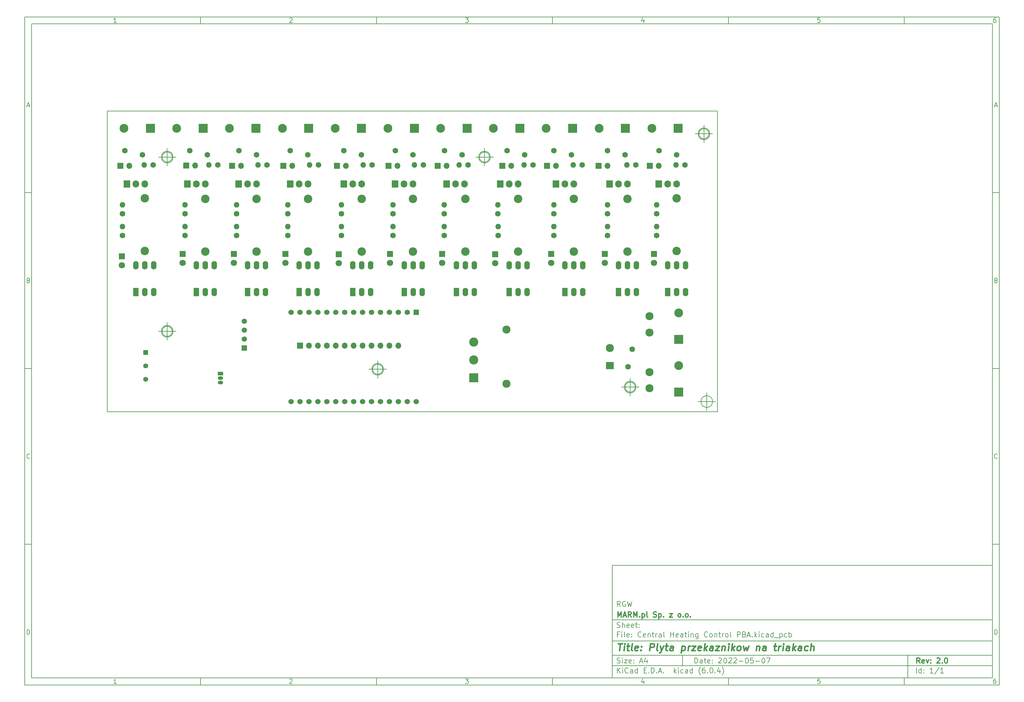
<source format=gbr>
%TF.GenerationSoftware,KiCad,Pcbnew,(6.0.4)*%
%TF.CreationDate,2022-05-09T22:27:08+02:00*%
%TF.ProjectId,Central Heating Control PBA,43656e74-7261-46c2-9048-656174696e67,2.0*%
%TF.SameCoordinates,Original*%
%TF.FileFunction,Soldermask,Bot*%
%TF.FilePolarity,Negative*%
%FSLAX46Y46*%
G04 Gerber Fmt 4.6, Leading zero omitted, Abs format (unit mm)*
G04 Created by KiCad (PCBNEW (6.0.4)) date 2022-05-09 22:27:08*
%MOMM*%
%LPD*%
G01*
G04 APERTURE LIST*
%ADD10C,0.100000*%
%ADD11C,0.150000*%
%ADD12C,0.300000*%
%ADD13C,0.400000*%
%TA.AperFunction,Profile*%
%ADD14C,0.150000*%
%TD*%
%ADD15R,1.500000X1.500000*%
%ADD16C,1.500000*%
%ADD17R,1.500000X1.050000*%
%ADD18O,1.500000X1.050000*%
%ADD19R,2.600000X2.600000*%
%ADD20C,2.600000*%
%ADD21R,1.524000X1.524000*%
%ADD22C,1.524000*%
%ADD23R,1.700000X1.700000*%
%ADD24O,1.700000X1.700000*%
%ADD25R,1.400000X1.400000*%
%ADD26C,1.400000*%
%ADD27C,2.500000*%
%ADD28R,2.500000X2.500000*%
%ADD29R,1.800000X1.800000*%
%ADD30C,1.800000*%
%ADD31R,1.600000X2.400000*%
%ADD32O,1.600000X2.400000*%
%ADD33C,1.600000*%
%ADD34O,1.600000X1.600000*%
%ADD35R,1.905000X2.000000*%
%ADD36O,1.905000X2.000000*%
%ADD37C,2.400000*%
%ADD38C,2.300000*%
%ADD39R,2.300000X2.000000*%
G04 APERTURE END LIST*
D10*
D11*
X177002200Y-166007200D02*
X177002200Y-198007200D01*
X285002200Y-198007200D01*
X285002200Y-166007200D01*
X177002200Y-166007200D01*
D10*
D11*
X10000000Y-10000000D02*
X10000000Y-200007200D01*
X287002200Y-200007200D01*
X287002200Y-10000000D01*
X10000000Y-10000000D01*
D10*
D11*
X12000000Y-12000000D02*
X12000000Y-198007200D01*
X285002200Y-198007200D01*
X285002200Y-12000000D01*
X12000000Y-12000000D01*
D10*
D11*
X60000000Y-12000000D02*
X60000000Y-10000000D01*
D10*
D11*
X110000000Y-12000000D02*
X110000000Y-10000000D01*
D10*
D11*
X160000000Y-12000000D02*
X160000000Y-10000000D01*
D10*
D11*
X210000000Y-12000000D02*
X210000000Y-10000000D01*
D10*
D11*
X260000000Y-12000000D02*
X260000000Y-10000000D01*
D10*
D11*
X36065476Y-11588095D02*
X35322619Y-11588095D01*
X35694047Y-11588095D02*
X35694047Y-10288095D01*
X35570238Y-10473809D01*
X35446428Y-10597619D01*
X35322619Y-10659523D01*
D10*
D11*
X85322619Y-10411904D02*
X85384523Y-10350000D01*
X85508333Y-10288095D01*
X85817857Y-10288095D01*
X85941666Y-10350000D01*
X86003571Y-10411904D01*
X86065476Y-10535714D01*
X86065476Y-10659523D01*
X86003571Y-10845238D01*
X85260714Y-11588095D01*
X86065476Y-11588095D01*
D10*
D11*
X135260714Y-10288095D02*
X136065476Y-10288095D01*
X135632142Y-10783333D01*
X135817857Y-10783333D01*
X135941666Y-10845238D01*
X136003571Y-10907142D01*
X136065476Y-11030952D01*
X136065476Y-11340476D01*
X136003571Y-11464285D01*
X135941666Y-11526190D01*
X135817857Y-11588095D01*
X135446428Y-11588095D01*
X135322619Y-11526190D01*
X135260714Y-11464285D01*
D10*
D11*
X185941666Y-10721428D02*
X185941666Y-11588095D01*
X185632142Y-10226190D02*
X185322619Y-11154761D01*
X186127380Y-11154761D01*
D10*
D11*
X236003571Y-10288095D02*
X235384523Y-10288095D01*
X235322619Y-10907142D01*
X235384523Y-10845238D01*
X235508333Y-10783333D01*
X235817857Y-10783333D01*
X235941666Y-10845238D01*
X236003571Y-10907142D01*
X236065476Y-11030952D01*
X236065476Y-11340476D01*
X236003571Y-11464285D01*
X235941666Y-11526190D01*
X235817857Y-11588095D01*
X235508333Y-11588095D01*
X235384523Y-11526190D01*
X235322619Y-11464285D01*
D10*
D11*
X285941666Y-10288095D02*
X285694047Y-10288095D01*
X285570238Y-10350000D01*
X285508333Y-10411904D01*
X285384523Y-10597619D01*
X285322619Y-10845238D01*
X285322619Y-11340476D01*
X285384523Y-11464285D01*
X285446428Y-11526190D01*
X285570238Y-11588095D01*
X285817857Y-11588095D01*
X285941666Y-11526190D01*
X286003571Y-11464285D01*
X286065476Y-11340476D01*
X286065476Y-11030952D01*
X286003571Y-10907142D01*
X285941666Y-10845238D01*
X285817857Y-10783333D01*
X285570238Y-10783333D01*
X285446428Y-10845238D01*
X285384523Y-10907142D01*
X285322619Y-11030952D01*
D10*
D11*
X60000000Y-198007200D02*
X60000000Y-200007200D01*
D10*
D11*
X110000000Y-198007200D02*
X110000000Y-200007200D01*
D10*
D11*
X160000000Y-198007200D02*
X160000000Y-200007200D01*
D10*
D11*
X210000000Y-198007200D02*
X210000000Y-200007200D01*
D10*
D11*
X260000000Y-198007200D02*
X260000000Y-200007200D01*
D10*
D11*
X36065476Y-199595295D02*
X35322619Y-199595295D01*
X35694047Y-199595295D02*
X35694047Y-198295295D01*
X35570238Y-198481009D01*
X35446428Y-198604819D01*
X35322619Y-198666723D01*
D10*
D11*
X85322619Y-198419104D02*
X85384523Y-198357200D01*
X85508333Y-198295295D01*
X85817857Y-198295295D01*
X85941666Y-198357200D01*
X86003571Y-198419104D01*
X86065476Y-198542914D01*
X86065476Y-198666723D01*
X86003571Y-198852438D01*
X85260714Y-199595295D01*
X86065476Y-199595295D01*
D10*
D11*
X135260714Y-198295295D02*
X136065476Y-198295295D01*
X135632142Y-198790533D01*
X135817857Y-198790533D01*
X135941666Y-198852438D01*
X136003571Y-198914342D01*
X136065476Y-199038152D01*
X136065476Y-199347676D01*
X136003571Y-199471485D01*
X135941666Y-199533390D01*
X135817857Y-199595295D01*
X135446428Y-199595295D01*
X135322619Y-199533390D01*
X135260714Y-199471485D01*
D10*
D11*
X185941666Y-198728628D02*
X185941666Y-199595295D01*
X185632142Y-198233390D02*
X185322619Y-199161961D01*
X186127380Y-199161961D01*
D10*
D11*
X236003571Y-198295295D02*
X235384523Y-198295295D01*
X235322619Y-198914342D01*
X235384523Y-198852438D01*
X235508333Y-198790533D01*
X235817857Y-198790533D01*
X235941666Y-198852438D01*
X236003571Y-198914342D01*
X236065476Y-199038152D01*
X236065476Y-199347676D01*
X236003571Y-199471485D01*
X235941666Y-199533390D01*
X235817857Y-199595295D01*
X235508333Y-199595295D01*
X235384523Y-199533390D01*
X235322619Y-199471485D01*
D10*
D11*
X285941666Y-198295295D02*
X285694047Y-198295295D01*
X285570238Y-198357200D01*
X285508333Y-198419104D01*
X285384523Y-198604819D01*
X285322619Y-198852438D01*
X285322619Y-199347676D01*
X285384523Y-199471485D01*
X285446428Y-199533390D01*
X285570238Y-199595295D01*
X285817857Y-199595295D01*
X285941666Y-199533390D01*
X286003571Y-199471485D01*
X286065476Y-199347676D01*
X286065476Y-199038152D01*
X286003571Y-198914342D01*
X285941666Y-198852438D01*
X285817857Y-198790533D01*
X285570238Y-198790533D01*
X285446428Y-198852438D01*
X285384523Y-198914342D01*
X285322619Y-199038152D01*
D10*
D11*
X10000000Y-60000000D02*
X12000000Y-60000000D01*
D10*
D11*
X10000000Y-110000000D02*
X12000000Y-110000000D01*
D10*
D11*
X10000000Y-160000000D02*
X12000000Y-160000000D01*
D10*
D11*
X10690476Y-35216666D02*
X11309523Y-35216666D01*
X10566666Y-35588095D02*
X11000000Y-34288095D01*
X11433333Y-35588095D01*
D10*
D11*
X11092857Y-84907142D02*
X11278571Y-84969047D01*
X11340476Y-85030952D01*
X11402380Y-85154761D01*
X11402380Y-85340476D01*
X11340476Y-85464285D01*
X11278571Y-85526190D01*
X11154761Y-85588095D01*
X10659523Y-85588095D01*
X10659523Y-84288095D01*
X11092857Y-84288095D01*
X11216666Y-84350000D01*
X11278571Y-84411904D01*
X11340476Y-84535714D01*
X11340476Y-84659523D01*
X11278571Y-84783333D01*
X11216666Y-84845238D01*
X11092857Y-84907142D01*
X10659523Y-84907142D01*
D10*
D11*
X11402380Y-135464285D02*
X11340476Y-135526190D01*
X11154761Y-135588095D01*
X11030952Y-135588095D01*
X10845238Y-135526190D01*
X10721428Y-135402380D01*
X10659523Y-135278571D01*
X10597619Y-135030952D01*
X10597619Y-134845238D01*
X10659523Y-134597619D01*
X10721428Y-134473809D01*
X10845238Y-134350000D01*
X11030952Y-134288095D01*
X11154761Y-134288095D01*
X11340476Y-134350000D01*
X11402380Y-134411904D01*
D10*
D11*
X10659523Y-185588095D02*
X10659523Y-184288095D01*
X10969047Y-184288095D01*
X11154761Y-184350000D01*
X11278571Y-184473809D01*
X11340476Y-184597619D01*
X11402380Y-184845238D01*
X11402380Y-185030952D01*
X11340476Y-185278571D01*
X11278571Y-185402380D01*
X11154761Y-185526190D01*
X10969047Y-185588095D01*
X10659523Y-185588095D01*
D10*
D11*
X287002200Y-60000000D02*
X285002200Y-60000000D01*
D10*
D11*
X287002200Y-110000000D02*
X285002200Y-110000000D01*
D10*
D11*
X287002200Y-160000000D02*
X285002200Y-160000000D01*
D10*
D11*
X285692676Y-35216666D02*
X286311723Y-35216666D01*
X285568866Y-35588095D02*
X286002200Y-34288095D01*
X286435533Y-35588095D01*
D10*
D11*
X286095057Y-84907142D02*
X286280771Y-84969047D01*
X286342676Y-85030952D01*
X286404580Y-85154761D01*
X286404580Y-85340476D01*
X286342676Y-85464285D01*
X286280771Y-85526190D01*
X286156961Y-85588095D01*
X285661723Y-85588095D01*
X285661723Y-84288095D01*
X286095057Y-84288095D01*
X286218866Y-84350000D01*
X286280771Y-84411904D01*
X286342676Y-84535714D01*
X286342676Y-84659523D01*
X286280771Y-84783333D01*
X286218866Y-84845238D01*
X286095057Y-84907142D01*
X285661723Y-84907142D01*
D10*
D11*
X286404580Y-135464285D02*
X286342676Y-135526190D01*
X286156961Y-135588095D01*
X286033152Y-135588095D01*
X285847438Y-135526190D01*
X285723628Y-135402380D01*
X285661723Y-135278571D01*
X285599819Y-135030952D01*
X285599819Y-134845238D01*
X285661723Y-134597619D01*
X285723628Y-134473809D01*
X285847438Y-134350000D01*
X286033152Y-134288095D01*
X286156961Y-134288095D01*
X286342676Y-134350000D01*
X286404580Y-134411904D01*
D10*
D11*
X285661723Y-185588095D02*
X285661723Y-184288095D01*
X285971247Y-184288095D01*
X286156961Y-184350000D01*
X286280771Y-184473809D01*
X286342676Y-184597619D01*
X286404580Y-184845238D01*
X286404580Y-185030952D01*
X286342676Y-185278571D01*
X286280771Y-185402380D01*
X286156961Y-185526190D01*
X285971247Y-185588095D01*
X285661723Y-185588095D01*
D10*
D11*
X200434342Y-193785771D02*
X200434342Y-192285771D01*
X200791485Y-192285771D01*
X201005771Y-192357200D01*
X201148628Y-192500057D01*
X201220057Y-192642914D01*
X201291485Y-192928628D01*
X201291485Y-193142914D01*
X201220057Y-193428628D01*
X201148628Y-193571485D01*
X201005771Y-193714342D01*
X200791485Y-193785771D01*
X200434342Y-193785771D01*
X202577200Y-193785771D02*
X202577200Y-193000057D01*
X202505771Y-192857200D01*
X202362914Y-192785771D01*
X202077200Y-192785771D01*
X201934342Y-192857200D01*
X202577200Y-193714342D02*
X202434342Y-193785771D01*
X202077200Y-193785771D01*
X201934342Y-193714342D01*
X201862914Y-193571485D01*
X201862914Y-193428628D01*
X201934342Y-193285771D01*
X202077200Y-193214342D01*
X202434342Y-193214342D01*
X202577200Y-193142914D01*
X203077200Y-192785771D02*
X203648628Y-192785771D01*
X203291485Y-192285771D02*
X203291485Y-193571485D01*
X203362914Y-193714342D01*
X203505771Y-193785771D01*
X203648628Y-193785771D01*
X204720057Y-193714342D02*
X204577200Y-193785771D01*
X204291485Y-193785771D01*
X204148628Y-193714342D01*
X204077200Y-193571485D01*
X204077200Y-193000057D01*
X204148628Y-192857200D01*
X204291485Y-192785771D01*
X204577200Y-192785771D01*
X204720057Y-192857200D01*
X204791485Y-193000057D01*
X204791485Y-193142914D01*
X204077200Y-193285771D01*
X205434342Y-193642914D02*
X205505771Y-193714342D01*
X205434342Y-193785771D01*
X205362914Y-193714342D01*
X205434342Y-193642914D01*
X205434342Y-193785771D01*
X205434342Y-192857200D02*
X205505771Y-192928628D01*
X205434342Y-193000057D01*
X205362914Y-192928628D01*
X205434342Y-192857200D01*
X205434342Y-193000057D01*
X207220057Y-192428628D02*
X207291485Y-192357200D01*
X207434342Y-192285771D01*
X207791485Y-192285771D01*
X207934342Y-192357200D01*
X208005771Y-192428628D01*
X208077200Y-192571485D01*
X208077200Y-192714342D01*
X208005771Y-192928628D01*
X207148628Y-193785771D01*
X208077200Y-193785771D01*
X209005771Y-192285771D02*
X209148628Y-192285771D01*
X209291485Y-192357200D01*
X209362914Y-192428628D01*
X209434342Y-192571485D01*
X209505771Y-192857200D01*
X209505771Y-193214342D01*
X209434342Y-193500057D01*
X209362914Y-193642914D01*
X209291485Y-193714342D01*
X209148628Y-193785771D01*
X209005771Y-193785771D01*
X208862914Y-193714342D01*
X208791485Y-193642914D01*
X208720057Y-193500057D01*
X208648628Y-193214342D01*
X208648628Y-192857200D01*
X208720057Y-192571485D01*
X208791485Y-192428628D01*
X208862914Y-192357200D01*
X209005771Y-192285771D01*
X210077200Y-192428628D02*
X210148628Y-192357200D01*
X210291485Y-192285771D01*
X210648628Y-192285771D01*
X210791485Y-192357200D01*
X210862914Y-192428628D01*
X210934342Y-192571485D01*
X210934342Y-192714342D01*
X210862914Y-192928628D01*
X210005771Y-193785771D01*
X210934342Y-193785771D01*
X211505771Y-192428628D02*
X211577200Y-192357200D01*
X211720057Y-192285771D01*
X212077200Y-192285771D01*
X212220057Y-192357200D01*
X212291485Y-192428628D01*
X212362914Y-192571485D01*
X212362914Y-192714342D01*
X212291485Y-192928628D01*
X211434342Y-193785771D01*
X212362914Y-193785771D01*
X213005771Y-193214342D02*
X214148628Y-193214342D01*
X215148628Y-192285771D02*
X215291485Y-192285771D01*
X215434342Y-192357200D01*
X215505771Y-192428628D01*
X215577200Y-192571485D01*
X215648628Y-192857200D01*
X215648628Y-193214342D01*
X215577200Y-193500057D01*
X215505771Y-193642914D01*
X215434342Y-193714342D01*
X215291485Y-193785771D01*
X215148628Y-193785771D01*
X215005771Y-193714342D01*
X214934342Y-193642914D01*
X214862914Y-193500057D01*
X214791485Y-193214342D01*
X214791485Y-192857200D01*
X214862914Y-192571485D01*
X214934342Y-192428628D01*
X215005771Y-192357200D01*
X215148628Y-192285771D01*
X217005771Y-192285771D02*
X216291485Y-192285771D01*
X216220057Y-193000057D01*
X216291485Y-192928628D01*
X216434342Y-192857200D01*
X216791485Y-192857200D01*
X216934342Y-192928628D01*
X217005771Y-193000057D01*
X217077200Y-193142914D01*
X217077200Y-193500057D01*
X217005771Y-193642914D01*
X216934342Y-193714342D01*
X216791485Y-193785771D01*
X216434342Y-193785771D01*
X216291485Y-193714342D01*
X216220057Y-193642914D01*
X217720057Y-193214342D02*
X218862914Y-193214342D01*
X219862914Y-192285771D02*
X220005771Y-192285771D01*
X220148628Y-192357200D01*
X220220057Y-192428628D01*
X220291485Y-192571485D01*
X220362914Y-192857200D01*
X220362914Y-193214342D01*
X220291485Y-193500057D01*
X220220057Y-193642914D01*
X220148628Y-193714342D01*
X220005771Y-193785771D01*
X219862914Y-193785771D01*
X219720057Y-193714342D01*
X219648628Y-193642914D01*
X219577200Y-193500057D01*
X219505771Y-193214342D01*
X219505771Y-192857200D01*
X219577200Y-192571485D01*
X219648628Y-192428628D01*
X219720057Y-192357200D01*
X219862914Y-192285771D01*
X220862914Y-192285771D02*
X221862914Y-192285771D01*
X221220057Y-193785771D01*
D10*
D11*
X177002200Y-194507200D02*
X285002200Y-194507200D01*
D10*
D11*
X178434342Y-196585771D02*
X178434342Y-195085771D01*
X179291485Y-196585771D02*
X178648628Y-195728628D01*
X179291485Y-195085771D02*
X178434342Y-195942914D01*
X179934342Y-196585771D02*
X179934342Y-195585771D01*
X179934342Y-195085771D02*
X179862914Y-195157200D01*
X179934342Y-195228628D01*
X180005771Y-195157200D01*
X179934342Y-195085771D01*
X179934342Y-195228628D01*
X181505771Y-196442914D02*
X181434342Y-196514342D01*
X181220057Y-196585771D01*
X181077200Y-196585771D01*
X180862914Y-196514342D01*
X180720057Y-196371485D01*
X180648628Y-196228628D01*
X180577200Y-195942914D01*
X180577200Y-195728628D01*
X180648628Y-195442914D01*
X180720057Y-195300057D01*
X180862914Y-195157200D01*
X181077200Y-195085771D01*
X181220057Y-195085771D01*
X181434342Y-195157200D01*
X181505771Y-195228628D01*
X182791485Y-196585771D02*
X182791485Y-195800057D01*
X182720057Y-195657200D01*
X182577200Y-195585771D01*
X182291485Y-195585771D01*
X182148628Y-195657200D01*
X182791485Y-196514342D02*
X182648628Y-196585771D01*
X182291485Y-196585771D01*
X182148628Y-196514342D01*
X182077200Y-196371485D01*
X182077200Y-196228628D01*
X182148628Y-196085771D01*
X182291485Y-196014342D01*
X182648628Y-196014342D01*
X182791485Y-195942914D01*
X184148628Y-196585771D02*
X184148628Y-195085771D01*
X184148628Y-196514342D02*
X184005771Y-196585771D01*
X183720057Y-196585771D01*
X183577200Y-196514342D01*
X183505771Y-196442914D01*
X183434342Y-196300057D01*
X183434342Y-195871485D01*
X183505771Y-195728628D01*
X183577200Y-195657200D01*
X183720057Y-195585771D01*
X184005771Y-195585771D01*
X184148628Y-195657200D01*
X186005771Y-195800057D02*
X186505771Y-195800057D01*
X186720057Y-196585771D02*
X186005771Y-196585771D01*
X186005771Y-195085771D01*
X186720057Y-195085771D01*
X187362914Y-196442914D02*
X187434342Y-196514342D01*
X187362914Y-196585771D01*
X187291485Y-196514342D01*
X187362914Y-196442914D01*
X187362914Y-196585771D01*
X188077200Y-196585771D02*
X188077200Y-195085771D01*
X188434342Y-195085771D01*
X188648628Y-195157200D01*
X188791485Y-195300057D01*
X188862914Y-195442914D01*
X188934342Y-195728628D01*
X188934342Y-195942914D01*
X188862914Y-196228628D01*
X188791485Y-196371485D01*
X188648628Y-196514342D01*
X188434342Y-196585771D01*
X188077200Y-196585771D01*
X189577200Y-196442914D02*
X189648628Y-196514342D01*
X189577200Y-196585771D01*
X189505771Y-196514342D01*
X189577200Y-196442914D01*
X189577200Y-196585771D01*
X190220057Y-196157200D02*
X190934342Y-196157200D01*
X190077200Y-196585771D02*
X190577200Y-195085771D01*
X191077200Y-196585771D01*
X191577200Y-196442914D02*
X191648628Y-196514342D01*
X191577200Y-196585771D01*
X191505771Y-196514342D01*
X191577200Y-196442914D01*
X191577200Y-196585771D01*
X194577200Y-196585771D02*
X194577200Y-195085771D01*
X194720057Y-196014342D02*
X195148628Y-196585771D01*
X195148628Y-195585771D02*
X194577200Y-196157200D01*
X195791485Y-196585771D02*
X195791485Y-195585771D01*
X195791485Y-195085771D02*
X195720057Y-195157200D01*
X195791485Y-195228628D01*
X195862914Y-195157200D01*
X195791485Y-195085771D01*
X195791485Y-195228628D01*
X197148628Y-196514342D02*
X197005771Y-196585771D01*
X196720057Y-196585771D01*
X196577200Y-196514342D01*
X196505771Y-196442914D01*
X196434342Y-196300057D01*
X196434342Y-195871485D01*
X196505771Y-195728628D01*
X196577200Y-195657200D01*
X196720057Y-195585771D01*
X197005771Y-195585771D01*
X197148628Y-195657200D01*
X198434342Y-196585771D02*
X198434342Y-195800057D01*
X198362914Y-195657200D01*
X198220057Y-195585771D01*
X197934342Y-195585771D01*
X197791485Y-195657200D01*
X198434342Y-196514342D02*
X198291485Y-196585771D01*
X197934342Y-196585771D01*
X197791485Y-196514342D01*
X197720057Y-196371485D01*
X197720057Y-196228628D01*
X197791485Y-196085771D01*
X197934342Y-196014342D01*
X198291485Y-196014342D01*
X198434342Y-195942914D01*
X199791485Y-196585771D02*
X199791485Y-195085771D01*
X199791485Y-196514342D02*
X199648628Y-196585771D01*
X199362914Y-196585771D01*
X199220057Y-196514342D01*
X199148628Y-196442914D01*
X199077200Y-196300057D01*
X199077200Y-195871485D01*
X199148628Y-195728628D01*
X199220057Y-195657200D01*
X199362914Y-195585771D01*
X199648628Y-195585771D01*
X199791485Y-195657200D01*
X202077200Y-197157200D02*
X202005771Y-197085771D01*
X201862914Y-196871485D01*
X201791485Y-196728628D01*
X201720057Y-196514342D01*
X201648628Y-196157200D01*
X201648628Y-195871485D01*
X201720057Y-195514342D01*
X201791485Y-195300057D01*
X201862914Y-195157200D01*
X202005771Y-194942914D01*
X202077200Y-194871485D01*
X203291485Y-195085771D02*
X203005771Y-195085771D01*
X202862914Y-195157200D01*
X202791485Y-195228628D01*
X202648628Y-195442914D01*
X202577200Y-195728628D01*
X202577200Y-196300057D01*
X202648628Y-196442914D01*
X202720057Y-196514342D01*
X202862914Y-196585771D01*
X203148628Y-196585771D01*
X203291485Y-196514342D01*
X203362914Y-196442914D01*
X203434342Y-196300057D01*
X203434342Y-195942914D01*
X203362914Y-195800057D01*
X203291485Y-195728628D01*
X203148628Y-195657200D01*
X202862914Y-195657200D01*
X202720057Y-195728628D01*
X202648628Y-195800057D01*
X202577200Y-195942914D01*
X204077200Y-196442914D02*
X204148628Y-196514342D01*
X204077200Y-196585771D01*
X204005771Y-196514342D01*
X204077200Y-196442914D01*
X204077200Y-196585771D01*
X205077200Y-195085771D02*
X205220057Y-195085771D01*
X205362914Y-195157200D01*
X205434342Y-195228628D01*
X205505771Y-195371485D01*
X205577200Y-195657200D01*
X205577200Y-196014342D01*
X205505771Y-196300057D01*
X205434342Y-196442914D01*
X205362914Y-196514342D01*
X205220057Y-196585771D01*
X205077200Y-196585771D01*
X204934342Y-196514342D01*
X204862914Y-196442914D01*
X204791485Y-196300057D01*
X204720057Y-196014342D01*
X204720057Y-195657200D01*
X204791485Y-195371485D01*
X204862914Y-195228628D01*
X204934342Y-195157200D01*
X205077200Y-195085771D01*
X206220057Y-196442914D02*
X206291485Y-196514342D01*
X206220057Y-196585771D01*
X206148628Y-196514342D01*
X206220057Y-196442914D01*
X206220057Y-196585771D01*
X207577200Y-195585771D02*
X207577200Y-196585771D01*
X207220057Y-195014342D02*
X206862914Y-196085771D01*
X207791485Y-196085771D01*
X208220057Y-197157200D02*
X208291485Y-197085771D01*
X208434342Y-196871485D01*
X208505771Y-196728628D01*
X208577200Y-196514342D01*
X208648628Y-196157200D01*
X208648628Y-195871485D01*
X208577200Y-195514342D01*
X208505771Y-195300057D01*
X208434342Y-195157200D01*
X208291485Y-194942914D01*
X208220057Y-194871485D01*
D10*
D11*
X177002200Y-191507200D02*
X285002200Y-191507200D01*
D10*
D12*
X264411485Y-193785771D02*
X263911485Y-193071485D01*
X263554342Y-193785771D02*
X263554342Y-192285771D01*
X264125771Y-192285771D01*
X264268628Y-192357200D01*
X264340057Y-192428628D01*
X264411485Y-192571485D01*
X264411485Y-192785771D01*
X264340057Y-192928628D01*
X264268628Y-193000057D01*
X264125771Y-193071485D01*
X263554342Y-193071485D01*
X265625771Y-193714342D02*
X265482914Y-193785771D01*
X265197200Y-193785771D01*
X265054342Y-193714342D01*
X264982914Y-193571485D01*
X264982914Y-193000057D01*
X265054342Y-192857200D01*
X265197200Y-192785771D01*
X265482914Y-192785771D01*
X265625771Y-192857200D01*
X265697200Y-193000057D01*
X265697200Y-193142914D01*
X264982914Y-193285771D01*
X266197200Y-192785771D02*
X266554342Y-193785771D01*
X266911485Y-192785771D01*
X267482914Y-193642914D02*
X267554342Y-193714342D01*
X267482914Y-193785771D01*
X267411485Y-193714342D01*
X267482914Y-193642914D01*
X267482914Y-193785771D01*
X267482914Y-192857200D02*
X267554342Y-192928628D01*
X267482914Y-193000057D01*
X267411485Y-192928628D01*
X267482914Y-192857200D01*
X267482914Y-193000057D01*
X269268628Y-192428628D02*
X269340057Y-192357200D01*
X269482914Y-192285771D01*
X269840057Y-192285771D01*
X269982914Y-192357200D01*
X270054342Y-192428628D01*
X270125771Y-192571485D01*
X270125771Y-192714342D01*
X270054342Y-192928628D01*
X269197200Y-193785771D01*
X270125771Y-193785771D01*
X270768628Y-193642914D02*
X270840057Y-193714342D01*
X270768628Y-193785771D01*
X270697200Y-193714342D01*
X270768628Y-193642914D01*
X270768628Y-193785771D01*
X271768628Y-192285771D02*
X271911485Y-192285771D01*
X272054342Y-192357200D01*
X272125771Y-192428628D01*
X272197200Y-192571485D01*
X272268628Y-192857200D01*
X272268628Y-193214342D01*
X272197200Y-193500057D01*
X272125771Y-193642914D01*
X272054342Y-193714342D01*
X271911485Y-193785771D01*
X271768628Y-193785771D01*
X271625771Y-193714342D01*
X271554342Y-193642914D01*
X271482914Y-193500057D01*
X271411485Y-193214342D01*
X271411485Y-192857200D01*
X271482914Y-192571485D01*
X271554342Y-192428628D01*
X271625771Y-192357200D01*
X271768628Y-192285771D01*
D10*
D11*
X178362914Y-193714342D02*
X178577200Y-193785771D01*
X178934342Y-193785771D01*
X179077200Y-193714342D01*
X179148628Y-193642914D01*
X179220057Y-193500057D01*
X179220057Y-193357200D01*
X179148628Y-193214342D01*
X179077200Y-193142914D01*
X178934342Y-193071485D01*
X178648628Y-193000057D01*
X178505771Y-192928628D01*
X178434342Y-192857200D01*
X178362914Y-192714342D01*
X178362914Y-192571485D01*
X178434342Y-192428628D01*
X178505771Y-192357200D01*
X178648628Y-192285771D01*
X179005771Y-192285771D01*
X179220057Y-192357200D01*
X179862914Y-193785771D02*
X179862914Y-192785771D01*
X179862914Y-192285771D02*
X179791485Y-192357200D01*
X179862914Y-192428628D01*
X179934342Y-192357200D01*
X179862914Y-192285771D01*
X179862914Y-192428628D01*
X180434342Y-192785771D02*
X181220057Y-192785771D01*
X180434342Y-193785771D01*
X181220057Y-193785771D01*
X182362914Y-193714342D02*
X182220057Y-193785771D01*
X181934342Y-193785771D01*
X181791485Y-193714342D01*
X181720057Y-193571485D01*
X181720057Y-193000057D01*
X181791485Y-192857200D01*
X181934342Y-192785771D01*
X182220057Y-192785771D01*
X182362914Y-192857200D01*
X182434342Y-193000057D01*
X182434342Y-193142914D01*
X181720057Y-193285771D01*
X183077200Y-193642914D02*
X183148628Y-193714342D01*
X183077200Y-193785771D01*
X183005771Y-193714342D01*
X183077200Y-193642914D01*
X183077200Y-193785771D01*
X183077200Y-192857200D02*
X183148628Y-192928628D01*
X183077200Y-193000057D01*
X183005771Y-192928628D01*
X183077200Y-192857200D01*
X183077200Y-193000057D01*
X184862914Y-193357200D02*
X185577200Y-193357200D01*
X184720057Y-193785771D02*
X185220057Y-192285771D01*
X185720057Y-193785771D01*
X186862914Y-192785771D02*
X186862914Y-193785771D01*
X186505771Y-192214342D02*
X186148628Y-193285771D01*
X187077200Y-193285771D01*
D10*
D11*
X263434342Y-196585771D02*
X263434342Y-195085771D01*
X264791485Y-196585771D02*
X264791485Y-195085771D01*
X264791485Y-196514342D02*
X264648628Y-196585771D01*
X264362914Y-196585771D01*
X264220057Y-196514342D01*
X264148628Y-196442914D01*
X264077200Y-196300057D01*
X264077200Y-195871485D01*
X264148628Y-195728628D01*
X264220057Y-195657200D01*
X264362914Y-195585771D01*
X264648628Y-195585771D01*
X264791485Y-195657200D01*
X265505771Y-196442914D02*
X265577200Y-196514342D01*
X265505771Y-196585771D01*
X265434342Y-196514342D01*
X265505771Y-196442914D01*
X265505771Y-196585771D01*
X265505771Y-195657200D02*
X265577200Y-195728628D01*
X265505771Y-195800057D01*
X265434342Y-195728628D01*
X265505771Y-195657200D01*
X265505771Y-195800057D01*
X268148628Y-196585771D02*
X267291485Y-196585771D01*
X267720057Y-196585771D02*
X267720057Y-195085771D01*
X267577200Y-195300057D01*
X267434342Y-195442914D01*
X267291485Y-195514342D01*
X269862914Y-195014342D02*
X268577200Y-196942914D01*
X271148628Y-196585771D02*
X270291485Y-196585771D01*
X270720057Y-196585771D02*
X270720057Y-195085771D01*
X270577200Y-195300057D01*
X270434342Y-195442914D01*
X270291485Y-195514342D01*
D10*
D11*
X177002200Y-187507200D02*
X285002200Y-187507200D01*
D10*
D13*
X178714580Y-188211961D02*
X179857438Y-188211961D01*
X179036009Y-190211961D02*
X179286009Y-188211961D01*
X180274104Y-190211961D02*
X180440771Y-188878628D01*
X180524104Y-188211961D02*
X180416961Y-188307200D01*
X180500295Y-188402438D01*
X180607438Y-188307200D01*
X180524104Y-188211961D01*
X180500295Y-188402438D01*
X181107438Y-188878628D02*
X181869342Y-188878628D01*
X181476485Y-188211961D02*
X181262200Y-189926247D01*
X181333628Y-190116723D01*
X181512200Y-190211961D01*
X181702676Y-190211961D01*
X182655057Y-190211961D02*
X182476485Y-190116723D01*
X182405057Y-189926247D01*
X182619342Y-188211961D01*
X184190771Y-190116723D02*
X183988390Y-190211961D01*
X183607438Y-190211961D01*
X183428866Y-190116723D01*
X183357438Y-189926247D01*
X183452676Y-189164342D01*
X183571723Y-188973866D01*
X183774104Y-188878628D01*
X184155057Y-188878628D01*
X184333628Y-188973866D01*
X184405057Y-189164342D01*
X184381247Y-189354819D01*
X183405057Y-189545295D01*
X185155057Y-190021485D02*
X185238390Y-190116723D01*
X185131247Y-190211961D01*
X185047914Y-190116723D01*
X185155057Y-190021485D01*
X185131247Y-190211961D01*
X185286009Y-188973866D02*
X185369342Y-189069104D01*
X185262200Y-189164342D01*
X185178866Y-189069104D01*
X185286009Y-188973866D01*
X185262200Y-189164342D01*
X187607438Y-190211961D02*
X187857438Y-188211961D01*
X188619342Y-188211961D01*
X188797914Y-188307200D01*
X188881247Y-188402438D01*
X188952676Y-188592914D01*
X188916961Y-188878628D01*
X188797914Y-189069104D01*
X188690771Y-189164342D01*
X188488390Y-189259580D01*
X187726485Y-189259580D01*
X189893152Y-190211961D02*
X189714580Y-190116723D01*
X189643152Y-189926247D01*
X189857438Y-188211961D01*
X190631247Y-188878628D02*
X190940771Y-190211961D01*
X191583628Y-188878628D02*
X190940771Y-190211961D01*
X190690771Y-190688152D01*
X190583628Y-190783390D01*
X190381247Y-190878628D01*
X192059819Y-188878628D02*
X192821723Y-188878628D01*
X192428866Y-188211961D02*
X192214580Y-189926247D01*
X192286009Y-190116723D01*
X192464580Y-190211961D01*
X192655057Y-190211961D01*
X194178866Y-190211961D02*
X194309819Y-189164342D01*
X194238390Y-188973866D01*
X194059819Y-188878628D01*
X193678866Y-188878628D01*
X193476485Y-188973866D01*
X194190771Y-190116723D02*
X193988390Y-190211961D01*
X193512200Y-190211961D01*
X193333628Y-190116723D01*
X193262200Y-189926247D01*
X193286009Y-189735771D01*
X193405057Y-189545295D01*
X193607438Y-189450057D01*
X194083628Y-189450057D01*
X194286009Y-189354819D01*
X196821723Y-188878628D02*
X196571723Y-190878628D01*
X196809819Y-188973866D02*
X197012200Y-188878628D01*
X197393152Y-188878628D01*
X197571723Y-188973866D01*
X197655057Y-189069104D01*
X197726485Y-189259580D01*
X197655057Y-189831009D01*
X197536009Y-190021485D01*
X197428866Y-190116723D01*
X197226485Y-190211961D01*
X196845533Y-190211961D01*
X196666961Y-190116723D01*
X198464580Y-190211961D02*
X198631247Y-188878628D01*
X198583628Y-189259580D02*
X198702676Y-189069104D01*
X198809819Y-188973866D01*
X199012200Y-188878628D01*
X199202676Y-188878628D01*
X199678866Y-188878628D02*
X200726485Y-188878628D01*
X199512200Y-190211961D01*
X200559819Y-190211961D01*
X202095533Y-190116723D02*
X201893152Y-190211961D01*
X201512200Y-190211961D01*
X201333628Y-190116723D01*
X201262200Y-189926247D01*
X201357438Y-189164342D01*
X201476485Y-188973866D01*
X201678866Y-188878628D01*
X202059819Y-188878628D01*
X202238390Y-188973866D01*
X202309819Y-189164342D01*
X202286009Y-189354819D01*
X201309819Y-189545295D01*
X203036009Y-190211961D02*
X203286009Y-188211961D01*
X203321723Y-189450057D02*
X203797914Y-190211961D01*
X203964580Y-188878628D02*
X203107438Y-189640533D01*
X205512200Y-190211961D02*
X205643152Y-189164342D01*
X205571723Y-188973866D01*
X205393152Y-188878628D01*
X205012200Y-188878628D01*
X204809819Y-188973866D01*
X205524104Y-190116723D02*
X205321723Y-190211961D01*
X204845533Y-190211961D01*
X204666961Y-190116723D01*
X204595533Y-189926247D01*
X204619342Y-189735771D01*
X204738390Y-189545295D01*
X204940771Y-189450057D01*
X205416961Y-189450057D01*
X205619342Y-189354819D01*
X206440771Y-188878628D02*
X207488390Y-188878628D01*
X206274104Y-190211961D01*
X207321723Y-190211961D01*
X208250295Y-188878628D02*
X208083628Y-190211961D01*
X208226485Y-189069104D02*
X208333628Y-188973866D01*
X208536009Y-188878628D01*
X208821723Y-188878628D01*
X209000295Y-188973866D01*
X209071723Y-189164342D01*
X208940771Y-190211961D01*
X209893152Y-190211961D02*
X210059819Y-188878628D01*
X210143152Y-188211961D02*
X210036009Y-188307200D01*
X210119342Y-188402438D01*
X210226485Y-188307200D01*
X210143152Y-188211961D01*
X210119342Y-188402438D01*
X210845533Y-190211961D02*
X211095533Y-188211961D01*
X211131247Y-189450057D02*
X211607438Y-190211961D01*
X211774104Y-188878628D02*
X210916961Y-189640533D01*
X212750295Y-190211961D02*
X212571723Y-190116723D01*
X212488390Y-190021485D01*
X212416961Y-189831009D01*
X212488390Y-189259580D01*
X212607438Y-189069104D01*
X212714580Y-188973866D01*
X212916961Y-188878628D01*
X213202676Y-188878628D01*
X213381247Y-188973866D01*
X213464580Y-189069104D01*
X213536009Y-189259580D01*
X213464580Y-189831009D01*
X213345533Y-190021485D01*
X213238390Y-190116723D01*
X213036009Y-190211961D01*
X212750295Y-190211961D01*
X214250295Y-188878628D02*
X214464580Y-190211961D01*
X214964580Y-189259580D01*
X215226485Y-190211961D01*
X215774104Y-188878628D01*
X218059819Y-188878628D02*
X217893152Y-190211961D01*
X218036009Y-189069104D02*
X218143152Y-188973866D01*
X218345533Y-188878628D01*
X218631247Y-188878628D01*
X218809819Y-188973866D01*
X218881247Y-189164342D01*
X218750295Y-190211961D01*
X220559819Y-190211961D02*
X220690771Y-189164342D01*
X220619342Y-188973866D01*
X220440771Y-188878628D01*
X220059819Y-188878628D01*
X219857438Y-188973866D01*
X220571723Y-190116723D02*
X220369342Y-190211961D01*
X219893152Y-190211961D01*
X219714580Y-190116723D01*
X219643152Y-189926247D01*
X219666961Y-189735771D01*
X219786009Y-189545295D01*
X219988390Y-189450057D01*
X220464580Y-189450057D01*
X220666961Y-189354819D01*
X222916961Y-188878628D02*
X223678866Y-188878628D01*
X223286009Y-188211961D02*
X223071723Y-189926247D01*
X223143152Y-190116723D01*
X223321723Y-190211961D01*
X223512200Y-190211961D01*
X224178866Y-190211961D02*
X224345533Y-188878628D01*
X224297914Y-189259580D02*
X224416961Y-189069104D01*
X224524104Y-188973866D01*
X224726485Y-188878628D01*
X224916961Y-188878628D01*
X225416961Y-190211961D02*
X225583628Y-188878628D01*
X225666961Y-188211961D02*
X225559819Y-188307200D01*
X225643152Y-188402438D01*
X225750295Y-188307200D01*
X225666961Y-188211961D01*
X225643152Y-188402438D01*
X227226485Y-190211961D02*
X227357438Y-189164342D01*
X227286009Y-188973866D01*
X227107438Y-188878628D01*
X226726485Y-188878628D01*
X226524104Y-188973866D01*
X227238390Y-190116723D02*
X227036009Y-190211961D01*
X226559819Y-190211961D01*
X226381247Y-190116723D01*
X226309819Y-189926247D01*
X226333628Y-189735771D01*
X226452676Y-189545295D01*
X226655057Y-189450057D01*
X227131247Y-189450057D01*
X227333628Y-189354819D01*
X228178866Y-190211961D02*
X228428866Y-188211961D01*
X228464580Y-189450057D02*
X228940771Y-190211961D01*
X229107438Y-188878628D02*
X228250295Y-189640533D01*
X230655057Y-190211961D02*
X230786009Y-189164342D01*
X230714580Y-188973866D01*
X230536009Y-188878628D01*
X230155057Y-188878628D01*
X229952676Y-188973866D01*
X230666961Y-190116723D02*
X230464580Y-190211961D01*
X229988390Y-190211961D01*
X229809819Y-190116723D01*
X229738390Y-189926247D01*
X229762200Y-189735771D01*
X229881247Y-189545295D01*
X230083628Y-189450057D01*
X230559819Y-189450057D01*
X230762200Y-189354819D01*
X232476485Y-190116723D02*
X232274104Y-190211961D01*
X231893152Y-190211961D01*
X231714580Y-190116723D01*
X231631247Y-190021485D01*
X231559819Y-189831009D01*
X231631247Y-189259580D01*
X231750295Y-189069104D01*
X231857438Y-188973866D01*
X232059819Y-188878628D01*
X232440771Y-188878628D01*
X232619342Y-188973866D01*
X233321723Y-190211961D02*
X233571723Y-188211961D01*
X234178866Y-190211961D02*
X234309819Y-189164342D01*
X234238390Y-188973866D01*
X234059819Y-188878628D01*
X233774104Y-188878628D01*
X233571723Y-188973866D01*
X233464580Y-189069104D01*
D10*
D11*
X178934342Y-185600057D02*
X178434342Y-185600057D01*
X178434342Y-186385771D02*
X178434342Y-184885771D01*
X179148628Y-184885771D01*
X179720057Y-186385771D02*
X179720057Y-185385771D01*
X179720057Y-184885771D02*
X179648628Y-184957200D01*
X179720057Y-185028628D01*
X179791485Y-184957200D01*
X179720057Y-184885771D01*
X179720057Y-185028628D01*
X180648628Y-186385771D02*
X180505771Y-186314342D01*
X180434342Y-186171485D01*
X180434342Y-184885771D01*
X181791485Y-186314342D02*
X181648628Y-186385771D01*
X181362914Y-186385771D01*
X181220057Y-186314342D01*
X181148628Y-186171485D01*
X181148628Y-185600057D01*
X181220057Y-185457200D01*
X181362914Y-185385771D01*
X181648628Y-185385771D01*
X181791485Y-185457200D01*
X181862914Y-185600057D01*
X181862914Y-185742914D01*
X181148628Y-185885771D01*
X182505771Y-186242914D02*
X182577200Y-186314342D01*
X182505771Y-186385771D01*
X182434342Y-186314342D01*
X182505771Y-186242914D01*
X182505771Y-186385771D01*
X182505771Y-185457200D02*
X182577200Y-185528628D01*
X182505771Y-185600057D01*
X182434342Y-185528628D01*
X182505771Y-185457200D01*
X182505771Y-185600057D01*
X185220057Y-186242914D02*
X185148628Y-186314342D01*
X184934342Y-186385771D01*
X184791485Y-186385771D01*
X184577200Y-186314342D01*
X184434342Y-186171485D01*
X184362914Y-186028628D01*
X184291485Y-185742914D01*
X184291485Y-185528628D01*
X184362914Y-185242914D01*
X184434342Y-185100057D01*
X184577200Y-184957200D01*
X184791485Y-184885771D01*
X184934342Y-184885771D01*
X185148628Y-184957200D01*
X185220057Y-185028628D01*
X186434342Y-186314342D02*
X186291485Y-186385771D01*
X186005771Y-186385771D01*
X185862914Y-186314342D01*
X185791485Y-186171485D01*
X185791485Y-185600057D01*
X185862914Y-185457200D01*
X186005771Y-185385771D01*
X186291485Y-185385771D01*
X186434342Y-185457200D01*
X186505771Y-185600057D01*
X186505771Y-185742914D01*
X185791485Y-185885771D01*
X187148628Y-185385771D02*
X187148628Y-186385771D01*
X187148628Y-185528628D02*
X187220057Y-185457200D01*
X187362914Y-185385771D01*
X187577200Y-185385771D01*
X187720057Y-185457200D01*
X187791485Y-185600057D01*
X187791485Y-186385771D01*
X188291485Y-185385771D02*
X188862914Y-185385771D01*
X188505771Y-184885771D02*
X188505771Y-186171485D01*
X188577200Y-186314342D01*
X188720057Y-186385771D01*
X188862914Y-186385771D01*
X189362914Y-186385771D02*
X189362914Y-185385771D01*
X189362914Y-185671485D02*
X189434342Y-185528628D01*
X189505771Y-185457200D01*
X189648628Y-185385771D01*
X189791485Y-185385771D01*
X190934342Y-186385771D02*
X190934342Y-185600057D01*
X190862914Y-185457200D01*
X190720057Y-185385771D01*
X190434342Y-185385771D01*
X190291485Y-185457200D01*
X190934342Y-186314342D02*
X190791485Y-186385771D01*
X190434342Y-186385771D01*
X190291485Y-186314342D01*
X190220057Y-186171485D01*
X190220057Y-186028628D01*
X190291485Y-185885771D01*
X190434342Y-185814342D01*
X190791485Y-185814342D01*
X190934342Y-185742914D01*
X191862914Y-186385771D02*
X191720057Y-186314342D01*
X191648628Y-186171485D01*
X191648628Y-184885771D01*
X193577200Y-186385771D02*
X193577200Y-184885771D01*
X193577200Y-185600057D02*
X194434342Y-185600057D01*
X194434342Y-186385771D02*
X194434342Y-184885771D01*
X195720057Y-186314342D02*
X195577200Y-186385771D01*
X195291485Y-186385771D01*
X195148628Y-186314342D01*
X195077200Y-186171485D01*
X195077200Y-185600057D01*
X195148628Y-185457200D01*
X195291485Y-185385771D01*
X195577200Y-185385771D01*
X195720057Y-185457200D01*
X195791485Y-185600057D01*
X195791485Y-185742914D01*
X195077200Y-185885771D01*
X197077200Y-186385771D02*
X197077200Y-185600057D01*
X197005771Y-185457200D01*
X196862914Y-185385771D01*
X196577200Y-185385771D01*
X196434342Y-185457200D01*
X197077200Y-186314342D02*
X196934342Y-186385771D01*
X196577200Y-186385771D01*
X196434342Y-186314342D01*
X196362914Y-186171485D01*
X196362914Y-186028628D01*
X196434342Y-185885771D01*
X196577200Y-185814342D01*
X196934342Y-185814342D01*
X197077200Y-185742914D01*
X197577200Y-185385771D02*
X198148628Y-185385771D01*
X197791485Y-184885771D02*
X197791485Y-186171485D01*
X197862914Y-186314342D01*
X198005771Y-186385771D01*
X198148628Y-186385771D01*
X198648628Y-186385771D02*
X198648628Y-185385771D01*
X198648628Y-184885771D02*
X198577200Y-184957200D01*
X198648628Y-185028628D01*
X198720057Y-184957200D01*
X198648628Y-184885771D01*
X198648628Y-185028628D01*
X199362914Y-185385771D02*
X199362914Y-186385771D01*
X199362914Y-185528628D02*
X199434342Y-185457200D01*
X199577200Y-185385771D01*
X199791485Y-185385771D01*
X199934342Y-185457200D01*
X200005771Y-185600057D01*
X200005771Y-186385771D01*
X201362914Y-185385771D02*
X201362914Y-186600057D01*
X201291485Y-186742914D01*
X201220057Y-186814342D01*
X201077200Y-186885771D01*
X200862914Y-186885771D01*
X200720057Y-186814342D01*
X201362914Y-186314342D02*
X201220057Y-186385771D01*
X200934342Y-186385771D01*
X200791485Y-186314342D01*
X200720057Y-186242914D01*
X200648628Y-186100057D01*
X200648628Y-185671485D01*
X200720057Y-185528628D01*
X200791485Y-185457200D01*
X200934342Y-185385771D01*
X201220057Y-185385771D01*
X201362914Y-185457200D01*
X204077200Y-186242914D02*
X204005771Y-186314342D01*
X203791485Y-186385771D01*
X203648628Y-186385771D01*
X203434342Y-186314342D01*
X203291485Y-186171485D01*
X203220057Y-186028628D01*
X203148628Y-185742914D01*
X203148628Y-185528628D01*
X203220057Y-185242914D01*
X203291485Y-185100057D01*
X203434342Y-184957200D01*
X203648628Y-184885771D01*
X203791485Y-184885771D01*
X204005771Y-184957200D01*
X204077200Y-185028628D01*
X204934342Y-186385771D02*
X204791485Y-186314342D01*
X204720057Y-186242914D01*
X204648628Y-186100057D01*
X204648628Y-185671485D01*
X204720057Y-185528628D01*
X204791485Y-185457200D01*
X204934342Y-185385771D01*
X205148628Y-185385771D01*
X205291485Y-185457200D01*
X205362914Y-185528628D01*
X205434342Y-185671485D01*
X205434342Y-186100057D01*
X205362914Y-186242914D01*
X205291485Y-186314342D01*
X205148628Y-186385771D01*
X204934342Y-186385771D01*
X206077200Y-185385771D02*
X206077200Y-186385771D01*
X206077200Y-185528628D02*
X206148628Y-185457200D01*
X206291485Y-185385771D01*
X206505771Y-185385771D01*
X206648628Y-185457200D01*
X206720057Y-185600057D01*
X206720057Y-186385771D01*
X207220057Y-185385771D02*
X207791485Y-185385771D01*
X207434342Y-184885771D02*
X207434342Y-186171485D01*
X207505771Y-186314342D01*
X207648628Y-186385771D01*
X207791485Y-186385771D01*
X208291485Y-186385771D02*
X208291485Y-185385771D01*
X208291485Y-185671485D02*
X208362914Y-185528628D01*
X208434342Y-185457200D01*
X208577200Y-185385771D01*
X208720057Y-185385771D01*
X209434342Y-186385771D02*
X209291485Y-186314342D01*
X209220057Y-186242914D01*
X209148628Y-186100057D01*
X209148628Y-185671485D01*
X209220057Y-185528628D01*
X209291485Y-185457200D01*
X209434342Y-185385771D01*
X209648628Y-185385771D01*
X209791485Y-185457200D01*
X209862914Y-185528628D01*
X209934342Y-185671485D01*
X209934342Y-186100057D01*
X209862914Y-186242914D01*
X209791485Y-186314342D01*
X209648628Y-186385771D01*
X209434342Y-186385771D01*
X210791485Y-186385771D02*
X210648628Y-186314342D01*
X210577200Y-186171485D01*
X210577200Y-184885771D01*
X212505771Y-186385771D02*
X212505771Y-184885771D01*
X213077200Y-184885771D01*
X213220057Y-184957200D01*
X213291485Y-185028628D01*
X213362914Y-185171485D01*
X213362914Y-185385771D01*
X213291485Y-185528628D01*
X213220057Y-185600057D01*
X213077200Y-185671485D01*
X212505771Y-185671485D01*
X214505771Y-185600057D02*
X214720057Y-185671485D01*
X214791485Y-185742914D01*
X214862914Y-185885771D01*
X214862914Y-186100057D01*
X214791485Y-186242914D01*
X214720057Y-186314342D01*
X214577200Y-186385771D01*
X214005771Y-186385771D01*
X214005771Y-184885771D01*
X214505771Y-184885771D01*
X214648628Y-184957200D01*
X214720057Y-185028628D01*
X214791485Y-185171485D01*
X214791485Y-185314342D01*
X214720057Y-185457200D01*
X214648628Y-185528628D01*
X214505771Y-185600057D01*
X214005771Y-185600057D01*
X215434342Y-185957200D02*
X216148628Y-185957200D01*
X215291485Y-186385771D02*
X215791485Y-184885771D01*
X216291485Y-186385771D01*
X216791485Y-186242914D02*
X216862914Y-186314342D01*
X216791485Y-186385771D01*
X216720057Y-186314342D01*
X216791485Y-186242914D01*
X216791485Y-186385771D01*
X217505771Y-186385771D02*
X217505771Y-184885771D01*
X217648628Y-185814342D02*
X218077200Y-186385771D01*
X218077200Y-185385771D02*
X217505771Y-185957200D01*
X218720057Y-186385771D02*
X218720057Y-185385771D01*
X218720057Y-184885771D02*
X218648628Y-184957200D01*
X218720057Y-185028628D01*
X218791485Y-184957200D01*
X218720057Y-184885771D01*
X218720057Y-185028628D01*
X220077200Y-186314342D02*
X219934342Y-186385771D01*
X219648628Y-186385771D01*
X219505771Y-186314342D01*
X219434342Y-186242914D01*
X219362914Y-186100057D01*
X219362914Y-185671485D01*
X219434342Y-185528628D01*
X219505771Y-185457200D01*
X219648628Y-185385771D01*
X219934342Y-185385771D01*
X220077200Y-185457200D01*
X221362914Y-186385771D02*
X221362914Y-185600057D01*
X221291485Y-185457200D01*
X221148628Y-185385771D01*
X220862914Y-185385771D01*
X220720057Y-185457200D01*
X221362914Y-186314342D02*
X221220057Y-186385771D01*
X220862914Y-186385771D01*
X220720057Y-186314342D01*
X220648628Y-186171485D01*
X220648628Y-186028628D01*
X220720057Y-185885771D01*
X220862914Y-185814342D01*
X221220057Y-185814342D01*
X221362914Y-185742914D01*
X222720057Y-186385771D02*
X222720057Y-184885771D01*
X222720057Y-186314342D02*
X222577200Y-186385771D01*
X222291485Y-186385771D01*
X222148628Y-186314342D01*
X222077200Y-186242914D01*
X222005771Y-186100057D01*
X222005771Y-185671485D01*
X222077200Y-185528628D01*
X222148628Y-185457200D01*
X222291485Y-185385771D01*
X222577200Y-185385771D01*
X222720057Y-185457200D01*
X223077200Y-186528628D02*
X224220057Y-186528628D01*
X224577200Y-185385771D02*
X224577200Y-186885771D01*
X224577200Y-185457200D02*
X224720057Y-185385771D01*
X225005771Y-185385771D01*
X225148628Y-185457200D01*
X225220057Y-185528628D01*
X225291485Y-185671485D01*
X225291485Y-186100057D01*
X225220057Y-186242914D01*
X225148628Y-186314342D01*
X225005771Y-186385771D01*
X224720057Y-186385771D01*
X224577200Y-186314342D01*
X226577200Y-186314342D02*
X226434342Y-186385771D01*
X226148628Y-186385771D01*
X226005771Y-186314342D01*
X225934342Y-186242914D01*
X225862914Y-186100057D01*
X225862914Y-185671485D01*
X225934342Y-185528628D01*
X226005771Y-185457200D01*
X226148628Y-185385771D01*
X226434342Y-185385771D01*
X226577200Y-185457200D01*
X227220057Y-186385771D02*
X227220057Y-184885771D01*
X227220057Y-185457200D02*
X227362914Y-185385771D01*
X227648628Y-185385771D01*
X227791485Y-185457200D01*
X227862914Y-185528628D01*
X227934342Y-185671485D01*
X227934342Y-186100057D01*
X227862914Y-186242914D01*
X227791485Y-186314342D01*
X227648628Y-186385771D01*
X227362914Y-186385771D01*
X227220057Y-186314342D01*
D10*
D11*
X177002200Y-181507200D02*
X285002200Y-181507200D01*
D10*
D11*
X178362914Y-183614342D02*
X178577200Y-183685771D01*
X178934342Y-183685771D01*
X179077200Y-183614342D01*
X179148628Y-183542914D01*
X179220057Y-183400057D01*
X179220057Y-183257200D01*
X179148628Y-183114342D01*
X179077200Y-183042914D01*
X178934342Y-182971485D01*
X178648628Y-182900057D01*
X178505771Y-182828628D01*
X178434342Y-182757200D01*
X178362914Y-182614342D01*
X178362914Y-182471485D01*
X178434342Y-182328628D01*
X178505771Y-182257200D01*
X178648628Y-182185771D01*
X179005771Y-182185771D01*
X179220057Y-182257200D01*
X179862914Y-183685771D02*
X179862914Y-182185771D01*
X180505771Y-183685771D02*
X180505771Y-182900057D01*
X180434342Y-182757200D01*
X180291485Y-182685771D01*
X180077200Y-182685771D01*
X179934342Y-182757200D01*
X179862914Y-182828628D01*
X181791485Y-183614342D02*
X181648628Y-183685771D01*
X181362914Y-183685771D01*
X181220057Y-183614342D01*
X181148628Y-183471485D01*
X181148628Y-182900057D01*
X181220057Y-182757200D01*
X181362914Y-182685771D01*
X181648628Y-182685771D01*
X181791485Y-182757200D01*
X181862914Y-182900057D01*
X181862914Y-183042914D01*
X181148628Y-183185771D01*
X183077200Y-183614342D02*
X182934342Y-183685771D01*
X182648628Y-183685771D01*
X182505771Y-183614342D01*
X182434342Y-183471485D01*
X182434342Y-182900057D01*
X182505771Y-182757200D01*
X182648628Y-182685771D01*
X182934342Y-182685771D01*
X183077200Y-182757200D01*
X183148628Y-182900057D01*
X183148628Y-183042914D01*
X182434342Y-183185771D01*
X183577200Y-182685771D02*
X184148628Y-182685771D01*
X183791485Y-182185771D02*
X183791485Y-183471485D01*
X183862914Y-183614342D01*
X184005771Y-183685771D01*
X184148628Y-183685771D01*
X184648628Y-183542914D02*
X184720057Y-183614342D01*
X184648628Y-183685771D01*
X184577200Y-183614342D01*
X184648628Y-183542914D01*
X184648628Y-183685771D01*
X184648628Y-182757200D02*
X184720057Y-182828628D01*
X184648628Y-182900057D01*
X184577200Y-182828628D01*
X184648628Y-182757200D01*
X184648628Y-182900057D01*
D10*
D12*
X178554342Y-180685771D02*
X178554342Y-179185771D01*
X179054342Y-180257200D01*
X179554342Y-179185771D01*
X179554342Y-180685771D01*
X180197200Y-180257200D02*
X180911485Y-180257200D01*
X180054342Y-180685771D02*
X180554342Y-179185771D01*
X181054342Y-180685771D01*
X182411485Y-180685771D02*
X181911485Y-179971485D01*
X181554342Y-180685771D02*
X181554342Y-179185771D01*
X182125771Y-179185771D01*
X182268628Y-179257200D01*
X182340057Y-179328628D01*
X182411485Y-179471485D01*
X182411485Y-179685771D01*
X182340057Y-179828628D01*
X182268628Y-179900057D01*
X182125771Y-179971485D01*
X181554342Y-179971485D01*
X183054342Y-180685771D02*
X183054342Y-179185771D01*
X183554342Y-180257200D01*
X184054342Y-179185771D01*
X184054342Y-180685771D01*
X184768628Y-180542914D02*
X184840057Y-180614342D01*
X184768628Y-180685771D01*
X184697200Y-180614342D01*
X184768628Y-180542914D01*
X184768628Y-180685771D01*
X185482914Y-179685771D02*
X185482914Y-181185771D01*
X185482914Y-179757200D02*
X185625771Y-179685771D01*
X185911485Y-179685771D01*
X186054342Y-179757200D01*
X186125771Y-179828628D01*
X186197200Y-179971485D01*
X186197200Y-180400057D01*
X186125771Y-180542914D01*
X186054342Y-180614342D01*
X185911485Y-180685771D01*
X185625771Y-180685771D01*
X185482914Y-180614342D01*
X187054342Y-180685771D02*
X186911485Y-180614342D01*
X186840057Y-180471485D01*
X186840057Y-179185771D01*
X188697200Y-180614342D02*
X188911485Y-180685771D01*
X189268628Y-180685771D01*
X189411485Y-180614342D01*
X189482914Y-180542914D01*
X189554342Y-180400057D01*
X189554342Y-180257200D01*
X189482914Y-180114342D01*
X189411485Y-180042914D01*
X189268628Y-179971485D01*
X188982914Y-179900057D01*
X188840057Y-179828628D01*
X188768628Y-179757200D01*
X188697200Y-179614342D01*
X188697200Y-179471485D01*
X188768628Y-179328628D01*
X188840057Y-179257200D01*
X188982914Y-179185771D01*
X189340057Y-179185771D01*
X189554342Y-179257200D01*
X190197200Y-179685771D02*
X190197200Y-181185771D01*
X190197200Y-179757200D02*
X190340057Y-179685771D01*
X190625771Y-179685771D01*
X190768628Y-179757200D01*
X190840057Y-179828628D01*
X190911485Y-179971485D01*
X190911485Y-180400057D01*
X190840057Y-180542914D01*
X190768628Y-180614342D01*
X190625771Y-180685771D01*
X190340057Y-180685771D01*
X190197200Y-180614342D01*
X191554342Y-180542914D02*
X191625771Y-180614342D01*
X191554342Y-180685771D01*
X191482914Y-180614342D01*
X191554342Y-180542914D01*
X191554342Y-180685771D01*
X193268628Y-179685771D02*
X194054342Y-179685771D01*
X193268628Y-180685771D01*
X194054342Y-180685771D01*
X195982914Y-180685771D02*
X195840057Y-180614342D01*
X195768628Y-180542914D01*
X195697200Y-180400057D01*
X195697200Y-179971485D01*
X195768628Y-179828628D01*
X195840057Y-179757200D01*
X195982914Y-179685771D01*
X196197200Y-179685771D01*
X196340057Y-179757200D01*
X196411485Y-179828628D01*
X196482914Y-179971485D01*
X196482914Y-180400057D01*
X196411485Y-180542914D01*
X196340057Y-180614342D01*
X196197200Y-180685771D01*
X195982914Y-180685771D01*
X197125771Y-180542914D02*
X197197200Y-180614342D01*
X197125771Y-180685771D01*
X197054342Y-180614342D01*
X197125771Y-180542914D01*
X197125771Y-180685771D01*
X198054342Y-180685771D02*
X197911485Y-180614342D01*
X197840057Y-180542914D01*
X197768628Y-180400057D01*
X197768628Y-179971485D01*
X197840057Y-179828628D01*
X197911485Y-179757200D01*
X198054342Y-179685771D01*
X198268628Y-179685771D01*
X198411485Y-179757200D01*
X198482914Y-179828628D01*
X198554342Y-179971485D01*
X198554342Y-180400057D01*
X198482914Y-180542914D01*
X198411485Y-180614342D01*
X198268628Y-180685771D01*
X198054342Y-180685771D01*
X199197200Y-180542914D02*
X199268628Y-180614342D01*
X199197200Y-180685771D01*
X199125771Y-180614342D01*
X199197200Y-180542914D01*
X199197200Y-180685771D01*
D10*
D11*
X179291485Y-177685771D02*
X178791485Y-176971485D01*
X178434342Y-177685771D02*
X178434342Y-176185771D01*
X179005771Y-176185771D01*
X179148628Y-176257200D01*
X179220057Y-176328628D01*
X179291485Y-176471485D01*
X179291485Y-176685771D01*
X179220057Y-176828628D01*
X179148628Y-176900057D01*
X179005771Y-176971485D01*
X178434342Y-176971485D01*
X180720057Y-176257200D02*
X180577200Y-176185771D01*
X180362914Y-176185771D01*
X180148628Y-176257200D01*
X180005771Y-176400057D01*
X179934342Y-176542914D01*
X179862914Y-176828628D01*
X179862914Y-177042914D01*
X179934342Y-177328628D01*
X180005771Y-177471485D01*
X180148628Y-177614342D01*
X180362914Y-177685771D01*
X180505771Y-177685771D01*
X180720057Y-177614342D01*
X180791485Y-177542914D01*
X180791485Y-177042914D01*
X180505771Y-177042914D01*
X181291485Y-176185771D02*
X181648628Y-177685771D01*
X181934342Y-176614342D01*
X182220057Y-177685771D01*
X182577200Y-176185771D01*
D10*
D11*
D10*
D11*
D10*
D11*
D10*
D11*
X197002200Y-191507200D02*
X197002200Y-194507200D01*
D10*
D11*
X261002200Y-191507200D02*
X261002200Y-198007200D01*
D14*
X33490866Y-122269803D02*
X33491300Y-36755890D01*
X206845866Y-36803803D02*
X206845866Y-122269803D01*
X33491300Y-36755890D02*
X206845866Y-36803803D01*
X51928769Y-99409803D02*
G75*
G03*
X51928769Y-99409803I-1419903J0D01*
G01*
X183500769Y-115284803D02*
G75*
G03*
X183500769Y-115284803I-1419903J0D01*
G01*
X51928769Y-49866043D02*
G75*
G03*
X51928769Y-49866043I-1419903J0D01*
G01*
X142098769Y-49866043D02*
G75*
G03*
X142098769Y-49866043I-1419903J0D01*
G01*
X206845866Y-122269803D02*
X33490866Y-122269803D01*
X111745769Y-110204803D02*
G75*
G03*
X111745769Y-110204803I-1419903J0D01*
G01*
X204455769Y-43246043D02*
G75*
G03*
X204455769Y-43246043I-1419903J0D01*
G01*
X183747532Y-115284803D02*
G75*
G03*
X183747532Y-115284803I-1666666J0D01*
G01*
X179580866Y-115284803D02*
X184580866Y-115284803D01*
X182080866Y-112784803D02*
X182080866Y-117784803D01*
X52175532Y-99409803D02*
G75*
G03*
X52175532Y-99409803I-1666666J0D01*
G01*
X48008866Y-99409803D02*
X53008866Y-99409803D01*
X50508866Y-96909803D02*
X50508866Y-101909803D01*
X204702532Y-43246043D02*
G75*
G03*
X204702532Y-43246043I-1666666J0D01*
G01*
X200535866Y-43246043D02*
X205535866Y-43246043D01*
X203035866Y-40746043D02*
X203035866Y-45746043D01*
X52175532Y-49866043D02*
G75*
G03*
X52175532Y-49866043I-1666666J0D01*
G01*
X48008866Y-49866043D02*
X53008866Y-49866043D01*
X50508866Y-47366043D02*
X50508866Y-52366043D01*
X111992532Y-110204803D02*
G75*
G03*
X111992532Y-110204803I-1666666J0D01*
G01*
X107825866Y-110204803D02*
X112825866Y-110204803D01*
X110325866Y-107704803D02*
X110325866Y-112704803D01*
X205501666Y-119380000D02*
G75*
G03*
X205501666Y-119380000I-1666666J0D01*
G01*
X201335000Y-119380000D02*
X206335000Y-119380000D01*
X203835000Y-116880000D02*
X203835000Y-121880000D01*
X142345532Y-49866043D02*
G75*
G03*
X142345532Y-49866043I-1666666J0D01*
G01*
X138178866Y-49866043D02*
X143178866Y-49866043D01*
X140678866Y-47366043D02*
X140678866Y-52366043D01*
D15*
%TO.C,U14*%
X72390000Y-104140000D03*
D16*
X72390000Y-101600000D03*
X72390000Y-99060000D03*
X72390000Y-96520000D03*
%TD*%
D17*
%TO.C,U13*%
X65656956Y-111477825D03*
D18*
X65656956Y-112747825D03*
X65656956Y-114017825D03*
%TD*%
D19*
%TO.C,J3_DC5V1*%
X137608606Y-112637762D03*
D20*
X137608606Y-107557762D03*
X137608606Y-102477762D03*
%TD*%
D21*
%TO.C,U1*%
X121310000Y-93980000D03*
D22*
X118770000Y-93980000D03*
X116230000Y-93980000D03*
X113690000Y-93980000D03*
X111150000Y-93980000D03*
X108610000Y-93980000D03*
X106070000Y-93980000D03*
X103530000Y-93980000D03*
X100990000Y-93980000D03*
X98450000Y-93980000D03*
X95910000Y-93980000D03*
X93370000Y-93980000D03*
X90830000Y-93980000D03*
X88290000Y-93980000D03*
X85750000Y-93980000D03*
X85750000Y-119380000D03*
X88290000Y-119380000D03*
X90830000Y-119380000D03*
X93370000Y-119380000D03*
X95910000Y-119380000D03*
X98450000Y-119380000D03*
X100990000Y-119380000D03*
X103530000Y-119380000D03*
X106070000Y-119380000D03*
X108610000Y-119380000D03*
X111150000Y-119380000D03*
X113690000Y-119380000D03*
X116230000Y-119380000D03*
X118770000Y-119380000D03*
X121310000Y-119380000D03*
%TD*%
D23*
%TO.C,J2*%
X88265000Y-103505000D03*
D24*
X90805000Y-103505000D03*
X93345000Y-103505000D03*
X95885000Y-103505000D03*
X98425000Y-103505000D03*
X100965000Y-103505000D03*
X103505000Y-103505000D03*
X106045000Y-103505000D03*
X108585000Y-103505000D03*
X111125000Y-103505000D03*
X113665000Y-103505000D03*
X116205000Y-103505000D03*
%TD*%
D25*
%TO.C,J1*%
X44405000Y-105410000D03*
D26*
X44405000Y-109220000D03*
X44405000Y-113030000D03*
%TD*%
D27*
%TO.C,J6*%
X83228894Y-41665346D03*
D28*
X90728894Y-41665346D03*
%TD*%
%TO.C,J13*%
X195728894Y-41665346D03*
D27*
X188228894Y-41665346D03*
%TD*%
D28*
%TO.C,J12*%
X180728894Y-41665346D03*
D27*
X173228894Y-41665346D03*
%TD*%
%TO.C,J5*%
X68228894Y-41665346D03*
D28*
X75728894Y-41665346D03*
%TD*%
D27*
%TO.C,J7*%
X98228894Y-41665346D03*
D28*
X105728894Y-41665346D03*
%TD*%
%TO.C,J5_AC_INPUT1*%
X195900000Y-116700000D03*
D27*
X195900000Y-109200000D03*
%TD*%
D28*
%TO.C,J4_AC_OUTPUT1*%
X195900000Y-101700000D03*
D27*
X195900000Y-94200000D03*
%TD*%
%TO.C,J8*%
X113228894Y-41665346D03*
D28*
X120728894Y-41665346D03*
%TD*%
D27*
%TO.C,J9*%
X128228894Y-41665346D03*
D28*
X135728894Y-41665346D03*
%TD*%
%TO.C,J10*%
X150728894Y-41665346D03*
D27*
X143228894Y-41665346D03*
%TD*%
%TO.C,J3*%
X38228894Y-41665346D03*
D28*
X45728894Y-41665346D03*
%TD*%
D27*
%TO.C,J4*%
X53228894Y-41665346D03*
D28*
X60728894Y-41665346D03*
%TD*%
%TO.C,J11*%
X165728894Y-41665346D03*
D27*
X158228894Y-41665346D03*
%TD*%
D29*
%TO.C,D3*%
X69438764Y-77446532D03*
D30*
X69438764Y-79986532D03*
%TD*%
D31*
%TO.C,U8*%
X132705000Y-88239803D03*
D32*
X135245000Y-88239803D03*
X137785000Y-88239803D03*
X137785000Y-80619803D03*
X135245000Y-80619803D03*
X132705000Y-80619803D03*
%TD*%
D33*
%TO.C,R40*%
X168393866Y-52070000D03*
D34*
X165853866Y-52070000D03*
%TD*%
D33*
%TO.C,R27*%
X114643866Y-66024803D03*
D34*
X114643866Y-63484803D03*
%TD*%
D29*
%TO.C,D2*%
X54897965Y-77449803D03*
D30*
X54897965Y-79989803D03*
%TD*%
D35*
%TO.C,Q9*%
X160998866Y-57529606D03*
D36*
X163538866Y-57529606D03*
X166078866Y-57529606D03*
%TD*%
D37*
%TO.C,C3*%
X61313866Y-76715000D03*
X61313866Y-61715000D03*
%TD*%
D33*
%TO.C,R55*%
X189573866Y-66024803D03*
D34*
X189573866Y-63484803D03*
%TD*%
D23*
%TO.C,JP1*%
X37193866Y-52320000D03*
D24*
X39733866Y-52320000D03*
%TD*%
D33*
%TO.C,RV6*%
X120318866Y-49196043D03*
X115318866Y-47996043D03*
%TD*%
D31*
%TO.C,U2*%
X41608866Y-88239803D03*
D32*
X44148866Y-88239803D03*
X46688866Y-88239803D03*
X46688866Y-80619803D03*
X44148866Y-80619803D03*
X41608866Y-80619803D03*
%TD*%
D35*
%TO.C,Q7*%
X129883866Y-57529606D03*
D36*
X132423866Y-57529606D03*
X134963866Y-57529606D03*
%TD*%
D33*
%TO.C,R30*%
X160363866Y-66024803D03*
D34*
X160363866Y-63484803D03*
%TD*%
D23*
%TO.C,JP9*%
X83548866Y-52320000D03*
D24*
X86088866Y-52320000D03*
%TD*%
D35*
%TO.C,Q2*%
X56223866Y-57529606D03*
D36*
X58763866Y-57529606D03*
X61303866Y-57529606D03*
%TD*%
D33*
%TO.C,R28*%
X129248866Y-66024803D03*
D34*
X129248866Y-63484803D03*
%TD*%
D29*
%TO.C,D5*%
X99273780Y-77480256D03*
D30*
X99273780Y-80020256D03*
%TD*%
D33*
%TO.C,R38*%
X136008866Y-52070000D03*
D34*
X133468866Y-52070000D03*
%TD*%
D23*
%TO.C,JP6*%
X127363866Y-52320000D03*
D24*
X129903866Y-52320000D03*
%TD*%
D33*
%TO.C,R25*%
X70193866Y-66024803D03*
D34*
X70193866Y-63484803D03*
%TD*%
D37*
%TO.C,C4*%
X75908866Y-76715000D03*
X75908866Y-61715000D03*
%TD*%
D23*
%TO.C,JP5*%
X113393866Y-52320000D03*
D24*
X115933866Y-52320000D03*
%TD*%
D29*
%TO.C,D4*%
X84084475Y-77439169D03*
D30*
X84084475Y-79979169D03*
%TD*%
D35*
%TO.C,Q1*%
X39078866Y-57529606D03*
D36*
X41618866Y-57529606D03*
X44158866Y-57529606D03*
%TD*%
D31*
%TO.C,U11*%
X178768866Y-88239803D03*
D32*
X181308866Y-88239803D03*
X183848866Y-88239803D03*
X183848866Y-80619803D03*
X181308866Y-80619803D03*
X178768866Y-80619803D03*
%TD*%
D33*
%TO.C,RV2*%
X61898866Y-49196043D03*
X56898866Y-47996043D03*
%TD*%
%TO.C,R26*%
X84798866Y-66024803D03*
D34*
X84798866Y-63484803D03*
%TD*%
D33*
%TO.C,R31*%
X175603866Y-66024803D03*
D34*
X175603866Y-63484803D03*
%TD*%
D23*
%TO.C,JP3*%
X68943866Y-52320000D03*
D24*
X71483866Y-52320000D03*
%TD*%
D37*
%TO.C,C7*%
X135255000Y-76715000D03*
X135255000Y-61715000D03*
%TD*%
D33*
%TO.C,RV1*%
X43483866Y-49196043D03*
X38483866Y-47996043D03*
%TD*%
%TO.C,R34*%
X78858866Y-52070000D03*
D34*
X76318866Y-52070000D03*
%TD*%
D35*
%TO.C,Q3*%
X70828866Y-57529606D03*
D36*
X73368866Y-57529606D03*
X75908866Y-57529606D03*
%TD*%
D35*
%TO.C,Q8*%
X145123866Y-57529606D03*
D36*
X147663866Y-57529606D03*
X150203866Y-57529606D03*
%TD*%
D23*
%TO.C,JP7*%
X145778866Y-52320000D03*
D24*
X148318866Y-52320000D03*
%TD*%
D33*
%TO.C,R19*%
X144523355Y-72149803D03*
D34*
X144523355Y-69609803D03*
%TD*%
D23*
%TO.C,JP11*%
X187688866Y-52320000D03*
D24*
X190228866Y-52320000D03*
%TD*%
D23*
%TO.C,JP2*%
X55879563Y-52286798D03*
D24*
X58419563Y-52286798D03*
%TD*%
D33*
%TO.C,R56*%
X197603866Y-52070000D03*
D34*
X195063866Y-52070000D03*
%TD*%
D33*
%TO.C,RV12*%
X182680866Y-104529803D03*
X181480866Y-109529803D03*
%TD*%
D37*
%TO.C,C2*%
X44158866Y-76595000D03*
X44158866Y-61595000D03*
%TD*%
D35*
%TO.C,Q10*%
X176238866Y-57529606D03*
D36*
X178778866Y-57529606D03*
X181318866Y-57529606D03*
%TD*%
D31*
%TO.C,U10*%
X163528866Y-88239803D03*
D32*
X166068866Y-88239803D03*
X168608866Y-88239803D03*
X168608866Y-80619803D03*
X166068866Y-80619803D03*
X163528866Y-80619803D03*
%TD*%
D33*
%TO.C,R54*%
X189573866Y-72149803D03*
D34*
X189573866Y-69609803D03*
%TD*%
D29*
%TO.C,D8*%
X143685800Y-77476874D03*
D30*
X143685800Y-80016874D03*
%TD*%
D38*
%TO.C,F1*%
X187564448Y-111028579D03*
X187564448Y-115628579D03*
X187564448Y-95128579D03*
X187564448Y-99728579D03*
%TD*%
D33*
%TO.C,R24*%
X55598866Y-66024803D03*
D34*
X55598866Y-63484803D03*
%TD*%
D33*
%TO.C,R21*%
X175603866Y-72149803D03*
D34*
X175603866Y-69609803D03*
%TD*%
D33*
%TO.C,R37*%
X123308866Y-52070000D03*
D34*
X120768866Y-52070000D03*
%TD*%
D33*
%TO.C,R41*%
X183633866Y-52070000D03*
D34*
X181093866Y-52070000D03*
%TD*%
D33*
%TO.C,RV9*%
X165403866Y-49196043D03*
X160403866Y-47996043D03*
%TD*%
D37*
%TO.C,C11*%
X195288866Y-76595000D03*
X195288866Y-61595000D03*
%TD*%
D33*
%TO.C,R22*%
X100038866Y-66024803D03*
D34*
X100038866Y-63484803D03*
%TD*%
D29*
%TO.C,D7*%
X128626278Y-77449803D03*
D30*
X128626278Y-79989803D03*
%TD*%
D23*
%TO.C,JP8*%
X158478866Y-52320000D03*
D24*
X161018866Y-52320000D03*
%TD*%
D33*
%TO.C,RV7*%
X134288866Y-49196043D03*
X129288866Y-47996043D03*
%TD*%
%TO.C,R33*%
X64888866Y-52070000D03*
D34*
X62348866Y-52070000D03*
%TD*%
D37*
%TO.C,C6*%
X120358866Y-76715000D03*
X120358866Y-61715000D03*
%TD*%
D35*
%TO.C,Q5*%
X100673866Y-57529606D03*
D36*
X103213866Y-57529606D03*
X105753866Y-57529606D03*
%TD*%
D33*
%TO.C,RV4*%
X90473866Y-49196043D03*
X85473866Y-47996043D03*
%TD*%
%TO.C,RV10*%
X180643866Y-49196043D03*
X175643866Y-47996043D03*
%TD*%
D29*
%TO.C,D1*%
X37626313Y-78065085D03*
D30*
X37626313Y-80605085D03*
%TD*%
D31*
%TO.C,U9*%
X147686227Y-88239803D03*
D32*
X150226227Y-88239803D03*
X152766227Y-88239803D03*
X152766227Y-80619803D03*
X150226227Y-80619803D03*
X147686227Y-80619803D03*
%TD*%
D23*
%TO.C,JP10*%
X173083866Y-52320000D03*
D24*
X175623866Y-52320000D03*
%TD*%
D37*
%TO.C,C1*%
X105753866Y-76715000D03*
X105753866Y-61715000D03*
%TD*%
D29*
%TO.C,D10*%
X174894010Y-77442476D03*
D30*
X174894010Y-79982476D03*
%TD*%
D37*
%TO.C,C5*%
X90513866Y-76715000D03*
X90513866Y-61715000D03*
%TD*%
D29*
%TO.C,D11*%
X188862933Y-77442476D03*
D30*
X188862933Y-79982476D03*
%TD*%
D31*
%TO.C,U3*%
X58763866Y-88239803D03*
D32*
X61303866Y-88239803D03*
X63843866Y-88239803D03*
X63843866Y-80619803D03*
X61303866Y-80619803D03*
X58763866Y-80619803D03*
%TD*%
D33*
%TO.C,R35*%
X93463866Y-52070000D03*
D34*
X90923866Y-52070000D03*
%TD*%
D33*
%TO.C,RV8*%
X152068866Y-49196043D03*
X147068866Y-47996043D03*
%TD*%
D37*
%TO.C,C10*%
X181318866Y-76715000D03*
X181318866Y-61715000D03*
%TD*%
%TO.C,C9*%
X166078866Y-76715000D03*
X166078866Y-61715000D03*
%TD*%
D31*
%TO.C,U7*%
X117852341Y-88251926D03*
D32*
X120392341Y-88251926D03*
X122932341Y-88251926D03*
X122932341Y-80631926D03*
X120392341Y-80631926D03*
X117852341Y-80631926D03*
%TD*%
D33*
%TO.C,RV11*%
X195248866Y-49196043D03*
X190248866Y-47996043D03*
%TD*%
%TO.C,R16*%
X84743566Y-72129552D03*
D34*
X84743566Y-69589552D03*
%TD*%
D35*
%TO.C,Q4*%
X85433866Y-57529606D03*
D36*
X87973866Y-57529606D03*
X90513866Y-57529606D03*
%TD*%
D35*
%TO.C,Q22*%
X190208866Y-57529606D03*
D36*
X192748866Y-57529606D03*
X195288866Y-57529606D03*
%TD*%
D37*
%TO.C,C8*%
X150203866Y-76715000D03*
X150203866Y-61715000D03*
%TD*%
D33*
%TO.C,R18*%
X129248866Y-72149803D03*
D34*
X129248866Y-69609803D03*
%TD*%
D33*
%TO.C,R14*%
X55598866Y-72149803D03*
D34*
X55598866Y-69609803D03*
%TD*%
D29*
%TO.C,D6*%
X113814929Y-77446780D03*
D30*
X113814929Y-79986780D03*
%TD*%
D31*
%TO.C,U12*%
X192738866Y-88239803D03*
D32*
X195278866Y-88239803D03*
X197818866Y-88239803D03*
X197818866Y-80619803D03*
X195278866Y-80619803D03*
X192738866Y-80619803D03*
%TD*%
D33*
%TO.C,R29*%
X144488866Y-66024803D03*
D34*
X144488866Y-63484803D03*
%TD*%
D33*
%TO.C,R13*%
X37808866Y-72149803D03*
D34*
X37808866Y-69609803D03*
%TD*%
D33*
%TO.C,R32*%
X46473866Y-52070000D03*
D34*
X43933866Y-52070000D03*
%TD*%
D33*
%TO.C,R39*%
X154423866Y-52070000D03*
D34*
X151883866Y-52070000D03*
%TD*%
D39*
%TO.C,PS1*%
X176323366Y-109152540D03*
D38*
X176323366Y-104152540D03*
X146923366Y-114352540D03*
X146923366Y-98952540D03*
%TD*%
D31*
%TO.C,U5*%
X87963866Y-88239803D03*
D32*
X90503866Y-88239803D03*
X93043866Y-88239803D03*
X93043866Y-80619803D03*
X90503866Y-80619803D03*
X87963866Y-80619803D03*
%TD*%
D33*
%TO.C,RV3*%
X75868866Y-49196043D03*
X70868866Y-47996043D03*
%TD*%
D31*
%TO.C,U6*%
X103213866Y-88249803D03*
D32*
X105753866Y-88249803D03*
X108293866Y-88249803D03*
X108293866Y-80629803D03*
X105753866Y-80629803D03*
X103213866Y-80629803D03*
%TD*%
D33*
%TO.C,R17*%
X114689469Y-72149803D03*
D34*
X114689469Y-69609803D03*
%TD*%
D33*
%TO.C,R36*%
X108703866Y-52070000D03*
D34*
X106163866Y-52070000D03*
%TD*%
D29*
%TO.C,D9*%
X159598582Y-77442476D03*
D30*
X159598582Y-79982476D03*
%TD*%
D33*
%TO.C,R12*%
X100052569Y-72166891D03*
D34*
X100052569Y-69626891D03*
%TD*%
D33*
%TO.C,R15*%
X70193866Y-72149803D03*
D34*
X70193866Y-69609803D03*
%TD*%
D35*
%TO.C,Q6*%
X115278866Y-57529606D03*
D36*
X117818866Y-57529606D03*
X120358866Y-57529606D03*
%TD*%
D33*
%TO.C,R23*%
X37808866Y-66024803D03*
D34*
X37808866Y-63484803D03*
%TD*%
D31*
%TO.C,U4*%
X73358866Y-88239803D03*
D32*
X75898866Y-88239803D03*
X78438866Y-88239803D03*
X78438866Y-80619803D03*
X75898866Y-80619803D03*
X73358866Y-80619803D03*
%TD*%
D23*
%TO.C,JP4*%
X98788866Y-52320000D03*
D24*
X101328866Y-52320000D03*
%TD*%
D33*
%TO.C,R20*%
X160363866Y-72149803D03*
D34*
X160363866Y-69609803D03*
%TD*%
D33*
%TO.C,RV5*%
X105713866Y-49196043D03*
X100713866Y-47996043D03*
%TD*%
M02*

</source>
